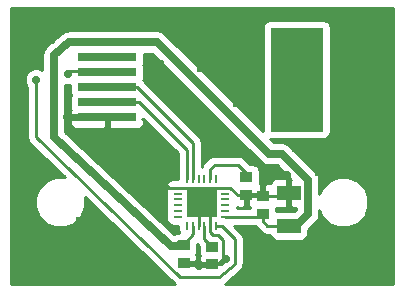
<source format=gtl>
G04 #@! TF.FileFunction,Copper,L1,Top,Signal*
%FSLAX46Y46*%
G04 Gerber Fmt 4.6, Leading zero omitted, Abs format (unit mm)*
G04 Created by KiCad (PCBNEW 4.0.6-e0-6349~53~ubuntu16.04.1) date Sat Jul 29 16:19:03 2017*
%MOMM*%
%LPD*%
G01*
G04 APERTURE LIST*
%ADD10C,0.150000*%
%ADD11C,0.600000*%
%ADD12R,5.000000X0.760000*%
%ADD13R,4.500000X8.800000*%
%ADD14R,2.499360X2.499360*%
%ADD15O,0.800100X0.248920*%
%ADD16O,0.248920X0.800100*%
%ADD17R,1.000760X0.899160*%
%ADD18R,1.000000X0.900000*%
%ADD19R,2.000000X1.250000*%
%ADD20C,0.700000*%
%ADD21C,0.250000*%
%ADD22C,0.500000*%
%ADD23C,0.700000*%
%ADD24C,0.254000*%
G04 APERTURE END LIST*
D10*
D11*
X152800000Y-104200000D03*
X154800000Y-104200000D03*
X153800000Y-104200000D03*
X152600000Y-102600000D03*
X153600000Y-102600000D03*
X151600000Y-102600000D03*
X150400000Y-101400000D03*
X152400000Y-101400000D03*
X151400000Y-101400000D03*
X150000000Y-100000000D03*
X151000000Y-100000000D03*
X149000000Y-100000000D03*
X148600000Y-97200000D03*
X147600000Y-97200000D03*
X147600000Y-98600000D03*
X149600000Y-98600000D03*
X148600000Y-98600000D03*
X160900000Y-104500000D03*
X159900000Y-104500000D03*
X161900000Y-104500000D03*
X162900000Y-104500000D03*
X161900000Y-105500000D03*
X162900000Y-105500000D03*
X161900000Y-106500000D03*
X162900000Y-106500000D03*
X148300000Y-109400000D03*
X147200000Y-107800000D03*
X149200000Y-106300000D03*
X148200000Y-106300000D03*
X147200000Y-106300000D03*
X146200000Y-106300000D03*
X145200000Y-106300000D03*
X144300000Y-105900000D03*
X146200000Y-107800000D03*
X143200000Y-104900000D03*
X144200000Y-104900000D03*
X145200000Y-104900000D03*
X146200000Y-104900000D03*
X147200000Y-104900000D03*
X148200000Y-104900000D03*
X149200000Y-104900000D03*
X148200000Y-103500000D03*
X147200000Y-103500000D03*
X146200000Y-103500000D03*
X145200000Y-103500000D03*
X144200000Y-103500000D03*
X143200000Y-103500000D03*
X142200000Y-103500000D03*
X162500000Y-115500000D03*
X161500000Y-115500000D03*
X160500000Y-115500000D03*
X159500000Y-115500000D03*
X158500000Y-115500000D03*
X157500000Y-115500000D03*
X162500000Y-114500000D03*
X161500000Y-114500000D03*
X160500000Y-114500000D03*
X159500000Y-114500000D03*
X158500000Y-114500000D03*
X157500000Y-114500000D03*
X162500000Y-113500000D03*
X161500000Y-113500000D03*
X160500000Y-113500000D03*
X159500000Y-113500000D03*
X158500000Y-113500000D03*
X157500000Y-113500000D03*
X162500000Y-112500000D03*
X161500000Y-112500000D03*
X160500000Y-112500000D03*
X159500000Y-112500000D03*
X158500000Y-112500000D03*
X157500000Y-112500000D03*
X167900000Y-115500000D03*
X166900000Y-115500000D03*
X165900000Y-115500000D03*
X164900000Y-115500000D03*
X163900000Y-115500000D03*
X167900000Y-114500000D03*
X166900000Y-114500000D03*
X165900000Y-114500000D03*
X164900000Y-114500000D03*
X163900000Y-114500000D03*
X167900000Y-113500000D03*
X166900000Y-113500000D03*
X165900000Y-113500000D03*
X164900000Y-113500000D03*
X163900000Y-113500000D03*
X167900000Y-112500000D03*
X166900000Y-112500000D03*
X165900000Y-112500000D03*
X164900000Y-112500000D03*
X163900000Y-112500000D03*
X167900000Y-111500000D03*
X166900000Y-111500000D03*
X165900000Y-111500000D03*
X164900000Y-111500000D03*
X163900000Y-111500000D03*
X167900000Y-110500000D03*
X166900000Y-110500000D03*
X165900000Y-110500000D03*
X156300000Y-112200000D03*
X167900000Y-109500000D03*
X166900000Y-109500000D03*
X155400000Y-115300000D03*
X167900000Y-108500000D03*
X166900000Y-108500000D03*
X156400000Y-115300000D03*
X167900000Y-107500000D03*
X166900000Y-107500000D03*
X165900000Y-107500000D03*
X167900000Y-106500000D03*
X166900000Y-106500000D03*
X165900000Y-106500000D03*
X164900000Y-106500000D03*
X163900000Y-106500000D03*
X167900000Y-105500000D03*
X166900000Y-105500000D03*
X165900000Y-105500000D03*
X164900000Y-105500000D03*
X163900000Y-105500000D03*
X167900000Y-104500000D03*
X166900000Y-104500000D03*
X165900000Y-104500000D03*
X164900000Y-104500000D03*
X163900000Y-104500000D03*
X167900000Y-103500000D03*
X166900000Y-103500000D03*
X165900000Y-103500000D03*
X164900000Y-103500000D03*
X163900000Y-103500000D03*
X167900000Y-102500000D03*
X166900000Y-102500000D03*
X165900000Y-102500000D03*
X164900000Y-102500000D03*
X163900000Y-102500000D03*
X167900000Y-101500000D03*
X166900000Y-101500000D03*
X165900000Y-101500000D03*
X164900000Y-101500000D03*
X163900000Y-101500000D03*
X167900000Y-100500000D03*
X166900000Y-100500000D03*
X165900000Y-100500000D03*
X164900000Y-100500000D03*
X163900000Y-100500000D03*
X167900000Y-99500000D03*
X166900000Y-99500000D03*
X165900000Y-99500000D03*
X164900000Y-99500000D03*
X163900000Y-99500000D03*
X167900000Y-98500000D03*
X166900000Y-98500000D03*
X165900000Y-98500000D03*
X164900000Y-98500000D03*
X163900000Y-98500000D03*
X167900000Y-97500000D03*
X166900000Y-97500000D03*
X165900000Y-97500000D03*
X164900000Y-97500000D03*
X163900000Y-97500000D03*
X167900000Y-96500000D03*
X166900000Y-96500000D03*
X165900000Y-96500000D03*
X164900000Y-96500000D03*
X163900000Y-96500000D03*
X167900000Y-95500000D03*
X166900000Y-95500000D03*
X165900000Y-95500000D03*
X164900000Y-95500000D03*
X163900000Y-95500000D03*
X167900000Y-94500000D03*
X166900000Y-94500000D03*
X165900000Y-94500000D03*
X164900000Y-94500000D03*
X163900000Y-94500000D03*
X154900000Y-100700000D03*
X155900000Y-100700000D03*
X156900000Y-100700000D03*
X156900000Y-99200000D03*
X155900000Y-99200000D03*
X154900000Y-99200000D03*
X153900000Y-99200000D03*
X151900000Y-97700000D03*
X152900000Y-97700000D03*
X153900000Y-97700000D03*
X154900000Y-97700000D03*
X155900000Y-97700000D03*
X156900000Y-97700000D03*
X156900000Y-96100000D03*
X155900000Y-96100000D03*
X154900000Y-96100000D03*
X153900000Y-96100000D03*
X152900000Y-96100000D03*
X151900000Y-96100000D03*
X150900000Y-96100000D03*
X150900000Y-94600000D03*
X151900000Y-94600000D03*
X152900000Y-94600000D03*
X153900000Y-94600000D03*
X154900000Y-94600000D03*
X155900000Y-94600000D03*
X156900000Y-94600000D03*
X149900000Y-94600000D03*
X167900000Y-93300000D03*
X166900000Y-93300000D03*
X165900000Y-93300000D03*
X164900000Y-93300000D03*
X163900000Y-93300000D03*
X162900000Y-93300000D03*
X161900000Y-93300000D03*
X160900000Y-93300000D03*
X159900000Y-93300000D03*
X158900000Y-93300000D03*
X157900000Y-93300000D03*
X156900000Y-93300000D03*
X155900000Y-93300000D03*
X154900000Y-93300000D03*
X153900000Y-93300000D03*
X152900000Y-93300000D03*
X151900000Y-93300000D03*
X150900000Y-93300000D03*
X149900000Y-93300000D03*
X148900000Y-93300000D03*
X147900000Y-93300000D03*
X146900000Y-93300000D03*
X145900000Y-93300000D03*
X145600000Y-112600000D03*
X145600000Y-113600000D03*
X146600000Y-113600000D03*
X148600000Y-115600000D03*
X145600000Y-114600000D03*
X146600000Y-114600000D03*
X147600000Y-114600000D03*
X145600000Y-115600000D03*
X146600000Y-115600000D03*
X147600000Y-115600000D03*
X141600000Y-110500000D03*
X142600000Y-110500000D03*
X143600000Y-110500000D03*
X144600000Y-115600000D03*
X143600000Y-115600000D03*
X142600000Y-115600000D03*
X141600000Y-115600000D03*
X140600000Y-115600000D03*
X139600000Y-115600000D03*
X144600000Y-114600000D03*
X143600000Y-114600000D03*
X142600000Y-114600000D03*
X141600000Y-114600000D03*
X140600000Y-114600000D03*
X139600000Y-114600000D03*
X144600000Y-113600000D03*
X143600000Y-113600000D03*
X142600000Y-113600000D03*
X141600000Y-113600000D03*
X140600000Y-113600000D03*
X139600000Y-113600000D03*
X144600000Y-112600000D03*
X143600000Y-112600000D03*
X142600000Y-112600000D03*
X141600000Y-112600000D03*
X140600000Y-112600000D03*
X139600000Y-112600000D03*
X144600000Y-111600000D03*
X143600000Y-111600000D03*
X142600000Y-111600000D03*
X141600000Y-111600000D03*
X140600000Y-111600000D03*
X139600000Y-111600000D03*
X138500000Y-115500000D03*
X138500000Y-113600000D03*
X138500000Y-112600000D03*
X138500000Y-111600000D03*
X138500000Y-114600000D03*
X137400000Y-115500000D03*
X137400000Y-114500000D03*
X137400000Y-113500000D03*
X137400000Y-112500000D03*
X137400000Y-111500000D03*
X137400000Y-110500000D03*
X137400000Y-109500000D03*
X137400000Y-108500000D03*
X137400000Y-107500000D03*
X137400000Y-106500000D03*
X137400000Y-105500000D03*
X136300000Y-115500000D03*
X136300000Y-114500000D03*
X136300000Y-113500000D03*
X136300000Y-112500000D03*
X136300000Y-111500000D03*
X136300000Y-110500000D03*
X136300000Y-109500000D03*
X136300000Y-108500000D03*
X136300000Y-107500000D03*
X136300000Y-106500000D03*
X136300000Y-105500000D03*
X136300000Y-104500000D03*
X136300000Y-103500000D03*
X136300000Y-98500000D03*
X136300000Y-99500000D03*
X136300000Y-100500000D03*
X136300000Y-101500000D03*
X136300000Y-102500000D03*
X143600000Y-93300000D03*
X138300000Y-97300000D03*
X137300000Y-97300000D03*
X136300000Y-97300000D03*
X141300000Y-93300000D03*
X144900000Y-93300000D03*
X138300000Y-96300000D03*
X137300000Y-96300000D03*
X136300000Y-96300000D03*
X142400000Y-93300000D03*
X139300000Y-95300000D03*
X138300000Y-95300000D03*
X137300000Y-95300000D03*
X136300000Y-95300000D03*
X140300000Y-94300000D03*
X139300000Y-94300000D03*
X138300000Y-94300000D03*
X137300000Y-94300000D03*
X136300000Y-94300000D03*
X140300000Y-93300000D03*
X139300000Y-93300000D03*
X138300000Y-93300000D03*
X137300000Y-93300000D03*
D12*
X144000000Y-95425000D03*
X144000000Y-97965000D03*
X144000000Y-100505000D03*
X144000000Y-99235000D03*
X144000000Y-101775000D03*
X144000000Y-96695000D03*
D13*
X160050000Y-98600000D03*
D14*
X152000000Y-109000000D03*
D15*
X150001020Y-107750320D03*
X150001020Y-108250700D03*
X150001020Y-108751080D03*
X150001020Y-109248920D03*
X150001020Y-109749300D03*
X150001020Y-110249680D03*
D16*
X150750320Y-110998980D03*
X151250700Y-110998980D03*
X151751080Y-110998980D03*
X152248920Y-110998980D03*
X152749300Y-110998980D03*
X153249680Y-110998980D03*
D15*
X153998980Y-110249680D03*
X153998980Y-109749300D03*
X153998980Y-109248920D03*
X153998980Y-108751080D03*
X153998980Y-108250700D03*
X153998980Y-107750320D03*
D16*
X153249680Y-107001020D03*
X152749300Y-107001020D03*
X152248920Y-107001020D03*
X151751080Y-107001020D03*
X151250700Y-107001020D03*
X150750320Y-107001020D03*
D11*
X152000000Y-109000000D03*
X152762000Y-108238000D03*
X151238000Y-108238000D03*
X152762000Y-109762000D03*
X151238000Y-109762000D03*
X136300000Y-93300000D03*
D17*
X150500000Y-114151840D03*
D18*
X150500000Y-112648160D03*
D17*
X155800000Y-108351840D03*
D18*
X155800000Y-106848160D03*
D17*
X152900000Y-114251840D03*
D18*
X152900000Y-112748160D03*
D17*
X157200000Y-108448160D03*
D18*
X157200000Y-109951840D03*
D19*
X159400000Y-110975000D03*
X159400000Y-108225000D03*
D20*
X154100000Y-113800000D03*
X155900000Y-113800000D03*
X157200000Y-107300000D03*
X159200000Y-106700000D03*
X151648160Y-114251840D03*
X148850320Y-107750320D03*
X140600000Y-101800000D03*
X140700000Y-98100000D03*
X138000000Y-98600000D03*
D21*
X153648160Y-114251840D02*
X154100000Y-113800000D01*
X153648160Y-114251840D02*
X152900000Y-114251840D01*
X157200000Y-108448160D02*
X157200000Y-107300000D01*
X159400000Y-108225000D02*
X159400000Y-106900000D01*
X159400000Y-106900000D02*
X159200000Y-106700000D01*
X150500000Y-114151840D02*
X151548160Y-114151840D01*
X151548160Y-114151840D02*
X151648160Y-114251840D01*
X150001020Y-107750320D02*
X148850320Y-107750320D01*
D22*
X144000000Y-101775000D02*
X140625000Y-101775000D01*
X140625000Y-101775000D02*
X140600000Y-101800000D01*
D21*
X144000000Y-102900000D02*
X144000000Y-101775000D01*
X148850320Y-107750320D02*
X144000000Y-102900000D01*
X152900000Y-114251840D02*
X151648160Y-114251840D01*
X152900000Y-114251840D02*
X153348160Y-114251840D01*
X153348160Y-114251840D02*
X153800000Y-113800000D01*
X152749300Y-111549300D02*
X152749300Y-110998980D01*
X153000000Y-111800000D02*
X152749300Y-111549300D01*
X153400000Y-111800000D02*
X153000000Y-111800000D01*
X153800000Y-112200000D02*
X153400000Y-111800000D01*
X153800000Y-113800000D02*
X153800000Y-112200000D01*
X152749300Y-110998980D02*
X152749300Y-109749300D01*
X152749300Y-109749300D02*
X152000000Y-109000000D01*
X151751080Y-110998980D02*
X151751080Y-109248920D01*
X151751080Y-109248920D02*
X152000000Y-109000000D01*
X157200000Y-108448160D02*
X159176840Y-108448160D01*
X159176840Y-108448160D02*
X159400000Y-108225000D01*
X155800000Y-108351840D02*
X157103680Y-108351840D01*
X157103680Y-108351840D02*
X157200000Y-108448160D01*
X153998980Y-107750320D02*
X154450320Y-107750320D01*
X155051840Y-108351840D02*
X155800000Y-108351840D01*
X154450320Y-107750320D02*
X155051840Y-108351840D01*
X153998980Y-107750320D02*
X153249680Y-107750320D01*
X153249680Y-107750320D02*
X152000000Y-109000000D01*
X150001020Y-107750320D02*
X150750320Y-107750320D01*
X150750320Y-107750320D02*
X152000000Y-109000000D01*
X144000000Y-101775000D02*
X142025000Y-101775000D01*
X142025000Y-101775000D02*
X141900000Y-101900000D01*
X144000000Y-99235000D02*
X146535000Y-99235000D01*
X151250700Y-103950700D02*
X151250700Y-107001020D01*
X146535000Y-99235000D02*
X151250700Y-103950700D01*
X144000000Y-100505000D02*
X146705000Y-100505000D01*
X150750320Y-104550320D02*
X150750320Y-107001020D01*
X146705000Y-100505000D02*
X150750320Y-104550320D01*
X159400000Y-110975000D02*
X160025000Y-110975000D01*
D23*
X160025000Y-110975000D02*
X161000000Y-110000000D01*
X161000000Y-110000000D02*
X161000000Y-107100000D01*
X161000000Y-107100000D02*
X158800000Y-104900000D01*
X158800000Y-104900000D02*
X157700000Y-104900000D01*
X157700000Y-104900000D02*
X148225000Y-95425000D01*
X148225000Y-95425000D02*
X144000000Y-95425000D01*
D21*
X159400000Y-110975000D02*
X160125000Y-110975000D01*
X159400000Y-110975000D02*
X159925000Y-110975000D01*
X144175000Y-95600000D02*
X144000000Y-95425000D01*
D23*
X150500000Y-112648160D02*
X149400000Y-112700000D01*
X149400000Y-112700000D02*
X139500000Y-103500000D01*
X139500000Y-103500000D02*
X139500000Y-96500000D01*
X139500000Y-96500000D02*
X140775000Y-95425000D01*
X140775000Y-95425000D02*
X144000000Y-95425000D01*
D21*
X159400000Y-110975000D02*
X159025000Y-110975000D01*
X157200000Y-109951840D02*
X157200000Y-110600000D01*
X157575000Y-110975000D02*
X159400000Y-110975000D01*
X157200000Y-110600000D02*
X157575000Y-110975000D01*
X153998980Y-110249680D02*
X156902160Y-110249680D01*
X156902160Y-110249680D02*
X157200000Y-109951840D01*
X151250700Y-110998980D02*
X151250700Y-111700000D01*
X151250700Y-111700000D02*
X150450700Y-112598860D01*
X150450700Y-112598860D02*
X150500000Y-112648160D01*
X152749300Y-107001020D02*
X152749300Y-106150700D01*
X155100000Y-105800000D02*
X155800000Y-106500000D01*
X153100000Y-105800000D02*
X155100000Y-105800000D01*
X152749300Y-106150700D02*
X153100000Y-105800000D01*
X155800000Y-106500000D02*
X155800000Y-106848160D01*
X152248920Y-110998980D02*
X152248920Y-112097080D01*
X152248920Y-112097080D02*
X152900000Y-112748160D01*
X153249680Y-110998980D02*
X153698980Y-110998980D01*
X140935000Y-97865000D02*
X144000000Y-97965000D01*
X140700000Y-98100000D02*
X140935000Y-97865000D01*
X138000000Y-103500000D02*
X138000000Y-98600000D01*
X150200000Y-115300000D02*
X138000000Y-103500000D01*
X153500000Y-115300000D02*
X150200000Y-115300000D01*
X154800000Y-114200000D02*
X153500000Y-115300000D01*
X154800000Y-112100000D02*
X154800000Y-114200000D01*
X153698980Y-110998980D02*
X154800000Y-112100000D01*
D24*
G36*
X168173000Y-115873000D02*
X153987009Y-115873000D01*
X155285749Y-114774066D01*
X155305446Y-114749316D01*
X155331744Y-114731744D01*
X155396205Y-114635272D01*
X155468459Y-114544480D01*
X155477185Y-114514077D01*
X155494757Y-114487778D01*
X155517394Y-114373977D01*
X155549402Y-114262450D01*
X155545829Y-114231024D01*
X155552000Y-114200000D01*
X155552000Y-112100000D01*
X155494757Y-111812222D01*
X155454790Y-111752407D01*
X155331744Y-111568255D01*
X154765168Y-111001680D01*
X156505223Y-111001680D01*
X156593262Y-111019508D01*
X156668256Y-111131744D01*
X157043256Y-111506744D01*
X157287222Y-111669757D01*
X157575000Y-111727000D01*
X157784614Y-111727000D01*
X157804437Y-111832352D01*
X157941757Y-112045753D01*
X158151283Y-112188917D01*
X158400000Y-112239283D01*
X160400000Y-112239283D01*
X160632352Y-112195563D01*
X160845753Y-112058243D01*
X160988917Y-111848717D01*
X161039283Y-111600000D01*
X161039283Y-111342403D01*
X161690843Y-110690843D01*
X161751542Y-110600000D01*
X161902630Y-110373882D01*
X161977000Y-110000000D01*
X161977000Y-109673820D01*
X162195766Y-110203274D01*
X162793578Y-110802131D01*
X163575057Y-111126630D01*
X164421230Y-111127368D01*
X165203274Y-110804234D01*
X165802131Y-110206422D01*
X166126630Y-109424943D01*
X166127368Y-108578770D01*
X165804234Y-107796726D01*
X165206422Y-107197869D01*
X164424943Y-106873370D01*
X163578770Y-106872632D01*
X162796726Y-107195766D01*
X162197869Y-107793578D01*
X161977000Y-108325489D01*
X161977000Y-107100000D01*
X161902630Y-106726118D01*
X161690843Y-106409157D01*
X159490843Y-104209157D01*
X159238478Y-104040532D01*
X159173882Y-103997370D01*
X158800000Y-103923000D01*
X158104687Y-103923000D01*
X157820970Y-103639283D01*
X162300000Y-103639283D01*
X162532352Y-103595563D01*
X162745753Y-103458243D01*
X162888917Y-103248717D01*
X162939283Y-103000000D01*
X162939283Y-94200000D01*
X162895563Y-93967648D01*
X162758243Y-93754247D01*
X162548717Y-93611083D01*
X162300000Y-93560717D01*
X157800000Y-93560717D01*
X157567648Y-93604437D01*
X157354247Y-93741757D01*
X157211083Y-93951283D01*
X157160717Y-94200000D01*
X157160717Y-102979030D01*
X148915843Y-94734157D01*
X148713936Y-94599247D01*
X148598882Y-94522370D01*
X148225000Y-94448000D01*
X146708802Y-94448000D01*
X146500000Y-94405717D01*
X141500000Y-94405717D01*
X141275285Y-94448000D01*
X140775000Y-94448000D01*
X140627976Y-94477245D01*
X140479008Y-94493916D01*
X140442270Y-94514184D01*
X140401118Y-94522370D01*
X140276482Y-94605650D01*
X140145228Y-94678062D01*
X138870228Y-95753062D01*
X138844042Y-95785847D01*
X138809157Y-95809157D01*
X138725877Y-95933794D01*
X138632326Y-96050923D01*
X138620681Y-96091231D01*
X138597370Y-96126118D01*
X138568124Y-96273145D01*
X138526520Y-96417151D01*
X138531186Y-96458846D01*
X138523000Y-96500000D01*
X138523000Y-97759288D01*
X138195190Y-97623170D01*
X137806515Y-97622830D01*
X137447297Y-97771256D01*
X137172222Y-98045851D01*
X137023170Y-98404810D01*
X137022830Y-98793485D01*
X137171256Y-99152703D01*
X137248000Y-99229581D01*
X137248000Y-103500000D01*
X137249245Y-103506258D01*
X137248105Y-103512532D01*
X137277818Y-103649902D01*
X137305243Y-103787778D01*
X137308787Y-103793082D01*
X137310135Y-103799315D01*
X137390165Y-103914872D01*
X137468256Y-104031744D01*
X137473559Y-104035287D01*
X137477191Y-104040532D01*
X140406040Y-106873354D01*
X139578770Y-106872632D01*
X138796726Y-107195766D01*
X138197869Y-107793578D01*
X137873370Y-108575057D01*
X137872632Y-109421230D01*
X138195766Y-110203274D01*
X138793578Y-110802131D01*
X139575057Y-111126630D01*
X140421230Y-111127368D01*
X141203274Y-110804234D01*
X141802131Y-110206422D01*
X142126630Y-109424943D01*
X142127368Y-108578770D01*
X142099476Y-108511267D01*
X149677191Y-115840532D01*
X149727581Y-115873000D01*
X135877000Y-115873000D01*
X135877000Y-92577000D01*
X168173000Y-92577000D01*
X168173000Y-115873000D01*
X168173000Y-115873000D01*
G37*
X168173000Y-115873000D02*
X153987009Y-115873000D01*
X155285749Y-114774066D01*
X155305446Y-114749316D01*
X155331744Y-114731744D01*
X155396205Y-114635272D01*
X155468459Y-114544480D01*
X155477185Y-114514077D01*
X155494757Y-114487778D01*
X155517394Y-114373977D01*
X155549402Y-114262450D01*
X155545829Y-114231024D01*
X155552000Y-114200000D01*
X155552000Y-112100000D01*
X155494757Y-111812222D01*
X155454790Y-111752407D01*
X155331744Y-111568255D01*
X154765168Y-111001680D01*
X156505223Y-111001680D01*
X156593262Y-111019508D01*
X156668256Y-111131744D01*
X157043256Y-111506744D01*
X157287222Y-111669757D01*
X157575000Y-111727000D01*
X157784614Y-111727000D01*
X157804437Y-111832352D01*
X157941757Y-112045753D01*
X158151283Y-112188917D01*
X158400000Y-112239283D01*
X160400000Y-112239283D01*
X160632352Y-112195563D01*
X160845753Y-112058243D01*
X160988917Y-111848717D01*
X161039283Y-111600000D01*
X161039283Y-111342403D01*
X161690843Y-110690843D01*
X161751542Y-110600000D01*
X161902630Y-110373882D01*
X161977000Y-110000000D01*
X161977000Y-109673820D01*
X162195766Y-110203274D01*
X162793578Y-110802131D01*
X163575057Y-111126630D01*
X164421230Y-111127368D01*
X165203274Y-110804234D01*
X165802131Y-110206422D01*
X166126630Y-109424943D01*
X166127368Y-108578770D01*
X165804234Y-107796726D01*
X165206422Y-107197869D01*
X164424943Y-106873370D01*
X163578770Y-106872632D01*
X162796726Y-107195766D01*
X162197869Y-107793578D01*
X161977000Y-108325489D01*
X161977000Y-107100000D01*
X161902630Y-106726118D01*
X161690843Y-106409157D01*
X159490843Y-104209157D01*
X159238478Y-104040532D01*
X159173882Y-103997370D01*
X158800000Y-103923000D01*
X158104687Y-103923000D01*
X157820970Y-103639283D01*
X162300000Y-103639283D01*
X162532352Y-103595563D01*
X162745753Y-103458243D01*
X162888917Y-103248717D01*
X162939283Y-103000000D01*
X162939283Y-94200000D01*
X162895563Y-93967648D01*
X162758243Y-93754247D01*
X162548717Y-93611083D01*
X162300000Y-93560717D01*
X157800000Y-93560717D01*
X157567648Y-93604437D01*
X157354247Y-93741757D01*
X157211083Y-93951283D01*
X157160717Y-94200000D01*
X157160717Y-102979030D01*
X148915843Y-94734157D01*
X148713936Y-94599247D01*
X148598882Y-94522370D01*
X148225000Y-94448000D01*
X146708802Y-94448000D01*
X146500000Y-94405717D01*
X141500000Y-94405717D01*
X141275285Y-94448000D01*
X140775000Y-94448000D01*
X140627976Y-94477245D01*
X140479008Y-94493916D01*
X140442270Y-94514184D01*
X140401118Y-94522370D01*
X140276482Y-94605650D01*
X140145228Y-94678062D01*
X138870228Y-95753062D01*
X138844042Y-95785847D01*
X138809157Y-95809157D01*
X138725877Y-95933794D01*
X138632326Y-96050923D01*
X138620681Y-96091231D01*
X138597370Y-96126118D01*
X138568124Y-96273145D01*
X138526520Y-96417151D01*
X138531186Y-96458846D01*
X138523000Y-96500000D01*
X138523000Y-97759288D01*
X138195190Y-97623170D01*
X137806515Y-97622830D01*
X137447297Y-97771256D01*
X137172222Y-98045851D01*
X137023170Y-98404810D01*
X137022830Y-98793485D01*
X137171256Y-99152703D01*
X137248000Y-99229581D01*
X137248000Y-103500000D01*
X137249245Y-103506258D01*
X137248105Y-103512532D01*
X137277818Y-103649902D01*
X137305243Y-103787778D01*
X137308787Y-103793082D01*
X137310135Y-103799315D01*
X137390165Y-103914872D01*
X137468256Y-104031744D01*
X137473559Y-104035287D01*
X137477191Y-104040532D01*
X140406040Y-106873354D01*
X139578770Y-106872632D01*
X138796726Y-107195766D01*
X138197869Y-107793578D01*
X137873370Y-108575057D01*
X137872632Y-109421230D01*
X138195766Y-110203274D01*
X138793578Y-110802131D01*
X139575057Y-111126630D01*
X140421230Y-111127368D01*
X141203274Y-110804234D01*
X141802131Y-110206422D01*
X142126630Y-109424943D01*
X142127368Y-108578770D01*
X142099476Y-108511267D01*
X149677191Y-115840532D01*
X149727581Y-115873000D01*
X135877000Y-115873000D01*
X135877000Y-92577000D01*
X168173000Y-92577000D01*
X168173000Y-115873000D01*
G36*
X151717176Y-112628824D02*
X151760717Y-112672365D01*
X151760717Y-113198160D01*
X151804437Y-113430512D01*
X151842064Y-113488986D01*
X151764620Y-113675951D01*
X151764620Y-113966090D01*
X151923370Y-114124840D01*
X152773000Y-114124840D01*
X152773000Y-114104840D01*
X153027000Y-114104840D01*
X153027000Y-114124840D01*
X153047000Y-114124840D01*
X153047000Y-114378840D01*
X153027000Y-114378840D01*
X153027000Y-114398840D01*
X152773000Y-114398840D01*
X152773000Y-114378840D01*
X151923370Y-114378840D01*
X151764620Y-114537590D01*
X151764620Y-114548000D01*
X151635380Y-114548000D01*
X151635380Y-114437590D01*
X151476630Y-114278840D01*
X150627000Y-114278840D01*
X150627000Y-114298840D01*
X150373000Y-114298840D01*
X150373000Y-114278840D01*
X150353000Y-114278840D01*
X150353000Y-114024840D01*
X150373000Y-114024840D01*
X150373000Y-114004840D01*
X150627000Y-114004840D01*
X150627000Y-114024840D01*
X151476630Y-114024840D01*
X151635380Y-113866090D01*
X151635380Y-113575951D01*
X151558770Y-113390998D01*
X151588917Y-113346877D01*
X151639283Y-113098160D01*
X151639283Y-112512249D01*
X151717176Y-112628824D01*
X151717176Y-112628824D01*
G37*
X151717176Y-112628824D02*
X151760717Y-112672365D01*
X151760717Y-113198160D01*
X151804437Y-113430512D01*
X151842064Y-113488986D01*
X151764620Y-113675951D01*
X151764620Y-113966090D01*
X151923370Y-114124840D01*
X152773000Y-114124840D01*
X152773000Y-114104840D01*
X153027000Y-114104840D01*
X153027000Y-114124840D01*
X153047000Y-114124840D01*
X153047000Y-114378840D01*
X153027000Y-114378840D01*
X153027000Y-114398840D01*
X152773000Y-114398840D01*
X152773000Y-114378840D01*
X151923370Y-114378840D01*
X151764620Y-114537590D01*
X151764620Y-114548000D01*
X151635380Y-114548000D01*
X151635380Y-114437590D01*
X151476630Y-114278840D01*
X150627000Y-114278840D01*
X150627000Y-114298840D01*
X150373000Y-114298840D01*
X150373000Y-114278840D01*
X150353000Y-114278840D01*
X150353000Y-114024840D01*
X150373000Y-114024840D01*
X150373000Y-114004840D01*
X150627000Y-114004840D01*
X150627000Y-114024840D01*
X151476630Y-114024840D01*
X151635380Y-113866090D01*
X151635380Y-113575951D01*
X151558770Y-113390998D01*
X151588917Y-113346877D01*
X151639283Y-113098160D01*
X151639283Y-112512249D01*
X151717176Y-112628824D01*
G36*
X140504810Y-99076830D02*
X140860717Y-99077141D01*
X140860717Y-99615000D01*
X140904437Y-99847352D01*
X140917248Y-99867261D01*
X140911083Y-99876283D01*
X140860717Y-100125000D01*
X140860717Y-100885000D01*
X140904437Y-101117352D01*
X140918582Y-101139333D01*
X140865000Y-101268691D01*
X140865000Y-101489250D01*
X141023750Y-101648000D01*
X143873000Y-101648000D01*
X143873000Y-101628000D01*
X144127000Y-101628000D01*
X144127000Y-101648000D01*
X144147000Y-101648000D01*
X144147000Y-101902000D01*
X144127000Y-101902000D01*
X144127000Y-102631250D01*
X144285750Y-102790000D01*
X146626310Y-102790000D01*
X146859699Y-102693327D01*
X147038327Y-102514698D01*
X147135000Y-102281309D01*
X147135000Y-102060750D01*
X146976252Y-101902002D01*
X147038514Y-101902002D01*
X149998320Y-104861809D01*
X149998320Y-106990860D01*
X149598430Y-106990860D01*
X149317465Y-107097271D01*
X149098608Y-107303103D01*
X148987578Y-107570450D01*
X149127952Y-107688090D01*
X149220713Y-107688090D01*
X149173947Y-107719338D01*
X149090937Y-107843570D01*
X148987578Y-107930190D01*
X149007879Y-107979072D01*
X148953849Y-108250700D01*
X149003615Y-108500890D01*
X148953849Y-108751080D01*
X149003362Y-109000000D01*
X148953849Y-109248920D01*
X149003615Y-109499110D01*
X148953849Y-109749300D01*
X149003615Y-109999490D01*
X148953849Y-110249680D01*
X149011050Y-110537251D01*
X149173947Y-110781042D01*
X149417738Y-110943939D01*
X149705309Y-111001140D01*
X149998860Y-111001140D01*
X149998860Y-111294691D01*
X150051409Y-111558877D01*
X150000000Y-111558877D01*
X149767648Y-111602597D01*
X149700683Y-111645688D01*
X140477000Y-103074185D01*
X140477000Y-102060750D01*
X140865000Y-102060750D01*
X140865000Y-102281309D01*
X140961673Y-102514698D01*
X141140301Y-102693327D01*
X141373690Y-102790000D01*
X143714250Y-102790000D01*
X143873000Y-102631250D01*
X143873000Y-101902000D01*
X141023750Y-101902000D01*
X140865000Y-102060750D01*
X140477000Y-102060750D01*
X140477000Y-99065282D01*
X140504810Y-99076830D01*
X140504810Y-99076830D01*
G37*
X140504810Y-99076830D02*
X140860717Y-99077141D01*
X140860717Y-99615000D01*
X140904437Y-99847352D01*
X140917248Y-99867261D01*
X140911083Y-99876283D01*
X140860717Y-100125000D01*
X140860717Y-100885000D01*
X140904437Y-101117352D01*
X140918582Y-101139333D01*
X140865000Y-101268691D01*
X140865000Y-101489250D01*
X141023750Y-101648000D01*
X143873000Y-101648000D01*
X143873000Y-101628000D01*
X144127000Y-101628000D01*
X144127000Y-101648000D01*
X144147000Y-101648000D01*
X144147000Y-101902000D01*
X144127000Y-101902000D01*
X144127000Y-102631250D01*
X144285750Y-102790000D01*
X146626310Y-102790000D01*
X146859699Y-102693327D01*
X147038327Y-102514698D01*
X147135000Y-102281309D01*
X147135000Y-102060750D01*
X146976252Y-101902002D01*
X147038514Y-101902002D01*
X149998320Y-104861809D01*
X149998320Y-106990860D01*
X149598430Y-106990860D01*
X149317465Y-107097271D01*
X149098608Y-107303103D01*
X148987578Y-107570450D01*
X149127952Y-107688090D01*
X149220713Y-107688090D01*
X149173947Y-107719338D01*
X149090937Y-107843570D01*
X148987578Y-107930190D01*
X149007879Y-107979072D01*
X148953849Y-108250700D01*
X149003615Y-108500890D01*
X148953849Y-108751080D01*
X149003362Y-109000000D01*
X148953849Y-109248920D01*
X149003615Y-109499110D01*
X148953849Y-109749300D01*
X149003615Y-109999490D01*
X148953849Y-110249680D01*
X149011050Y-110537251D01*
X149173947Y-110781042D01*
X149417738Y-110943939D01*
X149705309Y-111001140D01*
X149998860Y-111001140D01*
X149998860Y-111294691D01*
X150051409Y-111558877D01*
X150000000Y-111558877D01*
X149767648Y-111602597D01*
X149700683Y-111645688D01*
X140477000Y-103074185D01*
X140477000Y-102060750D01*
X140865000Y-102060750D01*
X140865000Y-102281309D01*
X140961673Y-102514698D01*
X141140301Y-102693327D01*
X141373690Y-102790000D01*
X143714250Y-102790000D01*
X143873000Y-102631250D01*
X143873000Y-101902000D01*
X141023750Y-101902000D01*
X140865000Y-102060750D01*
X140477000Y-102060750D01*
X140477000Y-99065282D01*
X140504810Y-99076830D01*
G36*
X153001894Y-107998904D02*
X152951809Y-108250700D01*
X153001575Y-108500890D01*
X152951809Y-108751080D01*
X153001322Y-109000000D01*
X152951809Y-109248920D01*
X153001575Y-109499110D01*
X152951809Y-109749300D01*
X153001575Y-109999490D01*
X153001229Y-110001229D01*
X152978052Y-110005839D01*
X152929170Y-109985538D01*
X152842550Y-110088897D01*
X152749300Y-110151205D01*
X152656050Y-110088897D01*
X152569430Y-109985538D01*
X152520548Y-110005839D01*
X152248920Y-109951809D01*
X151979009Y-110005497D01*
X151930950Y-109985538D01*
X151847562Y-110085040D01*
X151749810Y-110150357D01*
X151657830Y-110088897D01*
X151571210Y-109985538D01*
X151522328Y-110005839D01*
X151250700Y-109951809D01*
X151000510Y-110001575D01*
X150998771Y-110001229D01*
X150998425Y-109999490D01*
X151048191Y-109749300D01*
X150998425Y-109499110D01*
X151048191Y-109248920D01*
X150998678Y-109000000D01*
X151048191Y-108751080D01*
X150998425Y-108500890D01*
X151048191Y-108250700D01*
X150998106Y-107998904D01*
X151000510Y-107998425D01*
X151250700Y-108048191D01*
X151500890Y-107998425D01*
X151751080Y-108048191D01*
X152000000Y-107998678D01*
X152248920Y-108048191D01*
X152499110Y-107998425D01*
X152749300Y-108048191D01*
X152999490Y-107998425D01*
X153001894Y-107998904D01*
X153001894Y-107998904D01*
G37*
X153001894Y-107998904D02*
X152951809Y-108250700D01*
X153001575Y-108500890D01*
X152951809Y-108751080D01*
X153001322Y-109000000D01*
X152951809Y-109248920D01*
X153001575Y-109499110D01*
X152951809Y-109749300D01*
X153001575Y-109999490D01*
X153001229Y-110001229D01*
X152978052Y-110005839D01*
X152929170Y-109985538D01*
X152842550Y-110088897D01*
X152749300Y-110151205D01*
X152656050Y-110088897D01*
X152569430Y-109985538D01*
X152520548Y-110005839D01*
X152248920Y-109951809D01*
X151979009Y-110005497D01*
X151930950Y-109985538D01*
X151847562Y-110085040D01*
X151749810Y-110150357D01*
X151657830Y-110088897D01*
X151571210Y-109985538D01*
X151522328Y-110005839D01*
X151250700Y-109951809D01*
X151000510Y-110001575D01*
X150998771Y-110001229D01*
X150998425Y-109999490D01*
X151048191Y-109749300D01*
X150998425Y-109499110D01*
X151048191Y-109248920D01*
X150998678Y-109000000D01*
X151048191Y-108751080D01*
X150998425Y-108500890D01*
X151048191Y-108250700D01*
X150998106Y-107998904D01*
X151000510Y-107998425D01*
X151250700Y-108048191D01*
X151500890Y-107998425D01*
X151751080Y-108048191D01*
X152000000Y-107998678D01*
X152248920Y-108048191D01*
X152499110Y-107998425D01*
X152749300Y-108048191D01*
X152999490Y-107998425D01*
X153001894Y-107998904D01*
G36*
X157009157Y-105590844D02*
X157326119Y-105802631D01*
X157700000Y-105877000D01*
X158395314Y-105877000D01*
X159584532Y-107066218D01*
X159527000Y-107123750D01*
X159527000Y-108098000D01*
X159547000Y-108098000D01*
X159547000Y-108352000D01*
X159527000Y-108352000D01*
X159527000Y-109326250D01*
X159685750Y-109485000D01*
X160023000Y-109485000D01*
X160023000Y-109595314D01*
X159907597Y-109710717D01*
X158400000Y-109710717D01*
X158339283Y-109722142D01*
X158339283Y-109501840D01*
X158336114Y-109485000D01*
X159114250Y-109485000D01*
X159273000Y-109326250D01*
X159273000Y-108352000D01*
X159253000Y-108352000D01*
X159253000Y-108098000D01*
X159273000Y-108098000D01*
X159273000Y-107123750D01*
X159114250Y-106965000D01*
X158273690Y-106965000D01*
X158040301Y-107061673D01*
X157861673Y-107240302D01*
X157810610Y-107363580D01*
X157485750Y-107363580D01*
X157327000Y-107522330D01*
X157327000Y-108321160D01*
X157347000Y-108321160D01*
X157347000Y-108575160D01*
X157327000Y-108575160D01*
X157327000Y-108595160D01*
X157073000Y-108595160D01*
X157073000Y-108575160D01*
X156872950Y-108575160D01*
X156776630Y-108478840D01*
X155927000Y-108478840D01*
X155927000Y-109277670D01*
X156075949Y-109426619D01*
X156061559Y-109497680D01*
X154996670Y-109497680D01*
X155021374Y-109373486D01*
X155173310Y-109436420D01*
X155514250Y-109436420D01*
X155673000Y-109277670D01*
X155673000Y-108478840D01*
X155653000Y-108478840D01*
X155653000Y-108224840D01*
X155673000Y-108224840D01*
X155673000Y-108204840D01*
X155927000Y-108204840D01*
X155927000Y-108224840D01*
X156127050Y-108224840D01*
X156223370Y-108321160D01*
X157073000Y-108321160D01*
X157073000Y-107522330D01*
X156924051Y-107373381D01*
X156939283Y-107298160D01*
X156939283Y-106398160D01*
X156895563Y-106165808D01*
X156758243Y-105952407D01*
X156548717Y-105809243D01*
X156300000Y-105758877D01*
X156122366Y-105758877D01*
X155631744Y-105268256D01*
X155387778Y-105105243D01*
X155100000Y-105048000D01*
X153100000Y-105048000D01*
X152812222Y-105105243D01*
X152714503Y-105170536D01*
X152568256Y-105268255D01*
X152217556Y-105618956D01*
X152054543Y-105862922D01*
X152027704Y-105997851D01*
X152002700Y-106002825D01*
X152002700Y-103950700D01*
X151945457Y-103662922D01*
X151782444Y-103418956D01*
X147120925Y-98757437D01*
X147095563Y-98622648D01*
X147082752Y-98602739D01*
X147088917Y-98593717D01*
X147139283Y-98345000D01*
X147139283Y-97585000D01*
X147095563Y-97352648D01*
X147082752Y-97332739D01*
X147088917Y-97323717D01*
X147139283Y-97075000D01*
X147139283Y-96402000D01*
X147820314Y-96402000D01*
X157009157Y-105590844D01*
X157009157Y-105590844D01*
G37*
X157009157Y-105590844D02*
X157326119Y-105802631D01*
X157700000Y-105877000D01*
X158395314Y-105877000D01*
X159584532Y-107066218D01*
X159527000Y-107123750D01*
X159527000Y-108098000D01*
X159547000Y-108098000D01*
X159547000Y-108352000D01*
X159527000Y-108352000D01*
X159527000Y-109326250D01*
X159685750Y-109485000D01*
X160023000Y-109485000D01*
X160023000Y-109595314D01*
X159907597Y-109710717D01*
X158400000Y-109710717D01*
X158339283Y-109722142D01*
X158339283Y-109501840D01*
X158336114Y-109485000D01*
X159114250Y-109485000D01*
X159273000Y-109326250D01*
X159273000Y-108352000D01*
X159253000Y-108352000D01*
X159253000Y-108098000D01*
X159273000Y-108098000D01*
X159273000Y-107123750D01*
X159114250Y-106965000D01*
X158273690Y-106965000D01*
X158040301Y-107061673D01*
X157861673Y-107240302D01*
X157810610Y-107363580D01*
X157485750Y-107363580D01*
X157327000Y-107522330D01*
X157327000Y-108321160D01*
X157347000Y-108321160D01*
X157347000Y-108575160D01*
X157327000Y-108575160D01*
X157327000Y-108595160D01*
X157073000Y-108595160D01*
X157073000Y-108575160D01*
X156872950Y-108575160D01*
X156776630Y-108478840D01*
X155927000Y-108478840D01*
X155927000Y-109277670D01*
X156075949Y-109426619D01*
X156061559Y-109497680D01*
X154996670Y-109497680D01*
X155021374Y-109373486D01*
X155173310Y-109436420D01*
X155514250Y-109436420D01*
X155673000Y-109277670D01*
X155673000Y-108478840D01*
X155653000Y-108478840D01*
X155653000Y-108224840D01*
X155673000Y-108224840D01*
X155673000Y-108204840D01*
X155927000Y-108204840D01*
X155927000Y-108224840D01*
X156127050Y-108224840D01*
X156223370Y-108321160D01*
X157073000Y-108321160D01*
X157073000Y-107522330D01*
X156924051Y-107373381D01*
X156939283Y-107298160D01*
X156939283Y-106398160D01*
X156895563Y-106165808D01*
X156758243Y-105952407D01*
X156548717Y-105809243D01*
X156300000Y-105758877D01*
X156122366Y-105758877D01*
X155631744Y-105268256D01*
X155387778Y-105105243D01*
X155100000Y-105048000D01*
X153100000Y-105048000D01*
X152812222Y-105105243D01*
X152714503Y-105170536D01*
X152568256Y-105268255D01*
X152217556Y-105618956D01*
X152054543Y-105862922D01*
X152027704Y-105997851D01*
X152002700Y-106002825D01*
X152002700Y-103950700D01*
X151945457Y-103662922D01*
X151782444Y-103418956D01*
X147120925Y-98757437D01*
X147095563Y-98622648D01*
X147082752Y-98602739D01*
X147088917Y-98593717D01*
X147139283Y-98345000D01*
X147139283Y-97585000D01*
X147095563Y-97352648D01*
X147082752Y-97332739D01*
X147088917Y-97323717D01*
X147139283Y-97075000D01*
X147139283Y-96402000D01*
X147820314Y-96402000D01*
X157009157Y-105590844D01*
M02*

</source>
